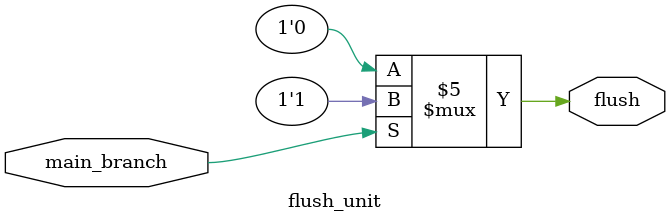
<source format=v>
`timescale 1ns / 1ps


module flush_unit(
input main_branch,
output reg flush
    );
    
 initial begin
 flush = 1'b0; 
 end   

always @(*)
    begin
      if (main_branch == 1'b1)
        flush = 1'b1;
      else
        flush = 1'b0;
    end

    
endmodule

</source>
